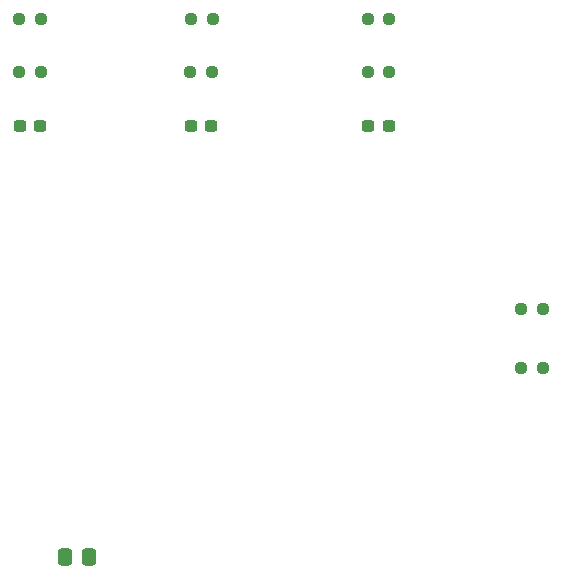
<source format=gtp>
G04 #@! TF.GenerationSoftware,KiCad,Pcbnew,8.0.6*
G04 #@! TF.CreationDate,2025-12-03T00:04:18-05:00*
G04 #@! TF.ProjectId,dead_reckoning_shield,64656164-5f72-4656-936b-6f6e696e675f,rev?*
G04 #@! TF.SameCoordinates,Original*
G04 #@! TF.FileFunction,Paste,Top*
G04 #@! TF.FilePolarity,Positive*
%FSLAX46Y46*%
G04 Gerber Fmt 4.6, Leading zero omitted, Abs format (unit mm)*
G04 Created by KiCad (PCBNEW 8.0.6) date 2025-12-03 00:04:18*
%MOMM*%
%LPD*%
G01*
G04 APERTURE LIST*
G04 Aperture macros list*
%AMRoundRect*
0 Rectangle with rounded corners*
0 $1 Rounding radius*
0 $2 $3 $4 $5 $6 $7 $8 $9 X,Y pos of 4 corners*
0 Add a 4 corners polygon primitive as box body*
4,1,4,$2,$3,$4,$5,$6,$7,$8,$9,$2,$3,0*
0 Add four circle primitives for the rounded corners*
1,1,$1+$1,$2,$3*
1,1,$1+$1,$4,$5*
1,1,$1+$1,$6,$7*
1,1,$1+$1,$8,$9*
0 Add four rect primitives between the rounded corners*
20,1,$1+$1,$2,$3,$4,$5,0*
20,1,$1+$1,$4,$5,$6,$7,0*
20,1,$1+$1,$6,$7,$8,$9,0*
20,1,$1+$1,$8,$9,$2,$3,0*%
G04 Aperture macros list end*
%ADD10RoundRect,0.237500X-0.250000X-0.237500X0.250000X-0.237500X0.250000X0.237500X-0.250000X0.237500X0*%
%ADD11RoundRect,0.250000X-0.337500X-0.475000X0.337500X-0.475000X0.337500X0.475000X-0.337500X0.475000X0*%
%ADD12RoundRect,0.237500X-0.300000X-0.237500X0.300000X-0.237500X0.300000X0.237500X-0.300000X0.237500X0*%
%ADD13RoundRect,0.237500X0.250000X0.237500X-0.250000X0.237500X-0.250000X-0.237500X0.250000X-0.237500X0*%
G04 APERTURE END LIST*
D10*
X219587500Y-95500000D03*
X221412500Y-95500000D03*
D11*
X180962500Y-116500000D03*
X183037500Y-116500000D03*
D10*
X177087500Y-75500000D03*
X178912500Y-75500000D03*
X206587500Y-75500000D03*
X208412500Y-75500000D03*
D12*
X206637500Y-80000000D03*
X208362500Y-80000000D03*
D10*
X191587500Y-75500000D03*
X193412500Y-75500000D03*
D12*
X191637500Y-80000000D03*
X193362500Y-80000000D03*
D13*
X208412500Y-71000000D03*
X206587500Y-71000000D03*
X178912500Y-71000000D03*
X177087500Y-71000000D03*
D10*
X219587500Y-100500000D03*
X221412500Y-100500000D03*
D13*
X193500000Y-71000000D03*
X191675000Y-71000000D03*
D12*
X177137500Y-80000000D03*
X178862500Y-80000000D03*
M02*

</source>
